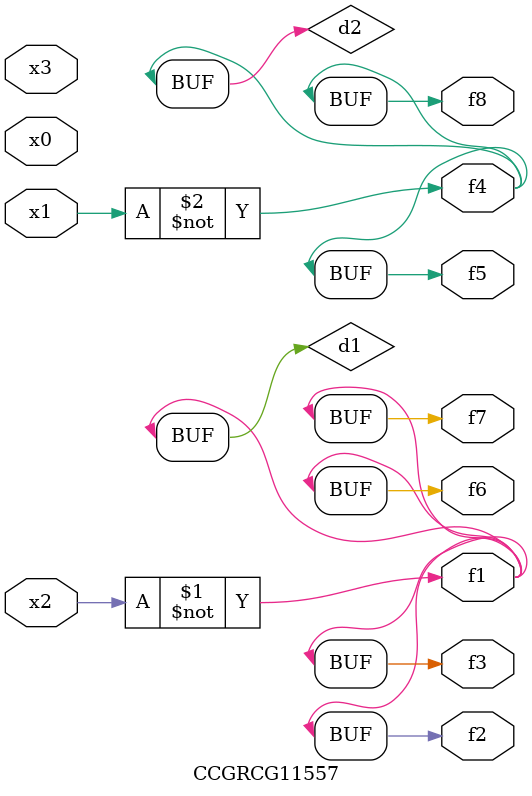
<source format=v>
module CCGRCG11557(
	input x0, x1, x2, x3,
	output f1, f2, f3, f4, f5, f6, f7, f8
);

	wire d1, d2;

	xnor (d1, x2);
	not (d2, x1);
	assign f1 = d1;
	assign f2 = d1;
	assign f3 = d1;
	assign f4 = d2;
	assign f5 = d2;
	assign f6 = d1;
	assign f7 = d1;
	assign f8 = d2;
endmodule

</source>
